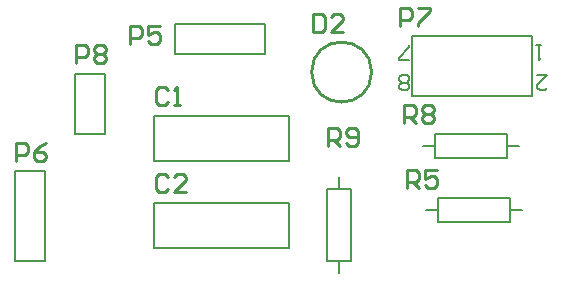
<source format=gto>
%FSAX23Y23*%
%MOIN*%
G70*
G01*
G75*
G04 Layer_Color=65535*
%ADD10R,0.059X0.059*%
%ADD11C,0.059*%
%ADD12R,0.053X0.053*%
%ADD13C,0.053*%
%ADD14C,0.055*%
%ADD15C,0.047*%
%ADD16R,0.059X0.059*%
%ADD17C,0.020*%
%ADD18C,0.010*%
%ADD19C,0.008*%
%ADD20C,0.008*%
D18*
X03285Y02720D02*
G03*
X03285Y02720I-00100J00000D01*
G01*
X02480Y02815D02*
Y02875D01*
X02510D01*
X02520Y02865D01*
Y02845D01*
X02510Y02835D01*
X02480D01*
X02580Y02875D02*
X02540D01*
Y02845D01*
X02560Y02855D01*
X02570D01*
X02580Y02845D01*
Y02825D01*
X02570Y02815D01*
X02550D01*
X02540Y02825D01*
X03141Y02472D02*
Y02532D01*
X03171D01*
X03181Y02522D01*
Y02502D01*
X03171Y02492D01*
X03141D01*
X03161D02*
X03181Y02472D01*
X03201Y02482D02*
X03211Y02472D01*
X03231D01*
X03241Y02482D01*
Y02522D01*
X03231Y02532D01*
X03211D01*
X03201Y02522D01*
Y02512D01*
X03211Y02502D01*
X03241D01*
X03090Y02915D02*
Y02855D01*
X03120D01*
X03130Y02865D01*
Y02905D01*
X03120Y02915D01*
X03090D01*
X03190Y02855D02*
X03150D01*
X03190Y02895D01*
Y02905D01*
X03180Y02915D01*
X03160D01*
X03150Y02905D01*
X03393Y02549D02*
Y02609D01*
X03423D01*
X03433Y02599D01*
Y02579D01*
X03423Y02569D01*
X03393D01*
X03413D02*
X03433Y02549D01*
X03453Y02599D02*
X03463Y02609D01*
X03483D01*
X03493Y02599D01*
Y02589D01*
X03483Y02579D01*
X03493Y02569D01*
Y02559D01*
X03483Y02549D01*
X03463D01*
X03453Y02559D01*
Y02569D01*
X03463Y02579D01*
X03453Y02589D01*
Y02599D01*
X03463Y02579D02*
X03483D01*
X03403Y02334D02*
Y02394D01*
X03433D01*
X03443Y02384D01*
Y02364D01*
X03433Y02354D01*
X03403D01*
X03423D02*
X03443Y02334D01*
X03503Y02394D02*
X03463D01*
Y02364D01*
X03483Y02374D01*
X03493D01*
X03503Y02364D01*
Y02344D01*
X03493Y02334D01*
X03473D01*
X03463Y02344D01*
X02301Y02749D02*
Y02809D01*
X02331D01*
X02341Y02799D01*
Y02779D01*
X02331Y02769D01*
X02301D01*
X02361Y02799D02*
X02371Y02809D01*
X02391D01*
X02401Y02799D01*
Y02789D01*
X02391Y02779D01*
X02401Y02769D01*
Y02759D01*
X02391Y02749D01*
X02371D01*
X02361Y02759D01*
Y02769D01*
X02371Y02779D01*
X02361Y02789D01*
Y02799D01*
X02371Y02779D02*
X02391D01*
X03379Y02874D02*
Y02934D01*
X03409D01*
X03419Y02924D01*
Y02904D01*
X03409Y02894D01*
X03379D01*
X03439Y02934D02*
X03479D01*
Y02924D01*
X03439Y02884D01*
Y02874D01*
X02101Y02424D02*
Y02484D01*
X02131D01*
X02141Y02474D01*
Y02454D01*
X02131Y02444D01*
X02101D01*
X02201Y02484D02*
X02181Y02474D01*
X02161Y02454D01*
Y02434D01*
X02171Y02424D01*
X02191D01*
X02201Y02434D01*
Y02444D01*
X02191Y02454D01*
X02161D01*
X02606Y02369D02*
X02596Y02379D01*
X02576D01*
X02566Y02369D01*
Y02329D01*
X02576Y02319D01*
X02596D01*
X02606Y02329D01*
X02666Y02319D02*
X02626D01*
X02666Y02359D01*
Y02369D01*
X02656Y02379D01*
X02636D01*
X02626Y02369D01*
X02606Y02659D02*
X02596Y02669D01*
X02576D01*
X02566Y02659D01*
Y02619D01*
X02576Y02609D01*
X02596D01*
X02606Y02619D01*
X02626Y02609D02*
X02646D01*
X02636D01*
Y02669D01*
X02626Y02659D01*
D19*
X02630Y02780D02*
X02930D01*
Y02880D01*
X02630D02*
X02930D01*
X02630Y02780D02*
Y02880D01*
X03135Y02330D02*
X03215D01*
Y02090D02*
Y02330D01*
X03135Y02090D02*
X03215D01*
X03135D02*
Y02330D01*
X03175D02*
Y02370D01*
Y02050D02*
Y02090D01*
X03495Y02435D02*
Y02515D01*
X03735D01*
Y02435D02*
Y02515D01*
X03495Y02435D02*
X03735D01*
X03455Y02475D02*
X03495D01*
X03735D02*
X03775D01*
X03010Y02425D02*
Y02575D01*
X02560Y02425D02*
X03010D01*
X02560D02*
Y02575D01*
X03010D01*
X03505Y02220D02*
Y02300D01*
X03745D01*
Y02220D02*
Y02300D01*
X03505Y02220D02*
X03745D01*
X03465Y02260D02*
X03505D01*
X03745D02*
X03785D01*
X03420Y02840D02*
X03820D01*
X03420Y02640D02*
X03820D01*
Y02840D01*
X03420Y02640D02*
Y02840D01*
X02295Y02715D02*
X02395D01*
Y02515D02*
Y02715D01*
X02295Y02515D02*
X02395D01*
X02295D02*
Y02715D01*
X03010Y02135D02*
Y02285D01*
X02560Y02135D02*
X03010D01*
X02560D02*
Y02285D01*
X03010D01*
X02095Y02090D02*
Y02390D01*
Y02090D02*
X02195D01*
Y02390D01*
X02095D02*
X02195D01*
D20*
X03837Y02710D02*
X03870D01*
X03837Y02677D01*
Y02668D01*
X03845Y02660D01*
X03862D01*
X03870Y02668D01*
X03850Y02810D02*
X03833D01*
X03842D01*
Y02760D01*
X03850Y02768D01*
X03410Y02760D02*
X03377D01*
Y02768D01*
X03410Y02802D01*
Y02810D01*
Y02668D02*
X03402Y02660D01*
X03385D01*
X03377Y02668D01*
Y02677D01*
X03385Y02685D01*
X03377Y02693D01*
Y02702D01*
X03385Y02710D01*
X03402D01*
X03410Y02702D01*
Y02693D01*
X03402Y02685D01*
X03410Y02677D01*
Y02668D01*
X03402Y02685D02*
X03385D01*
M02*

</source>
